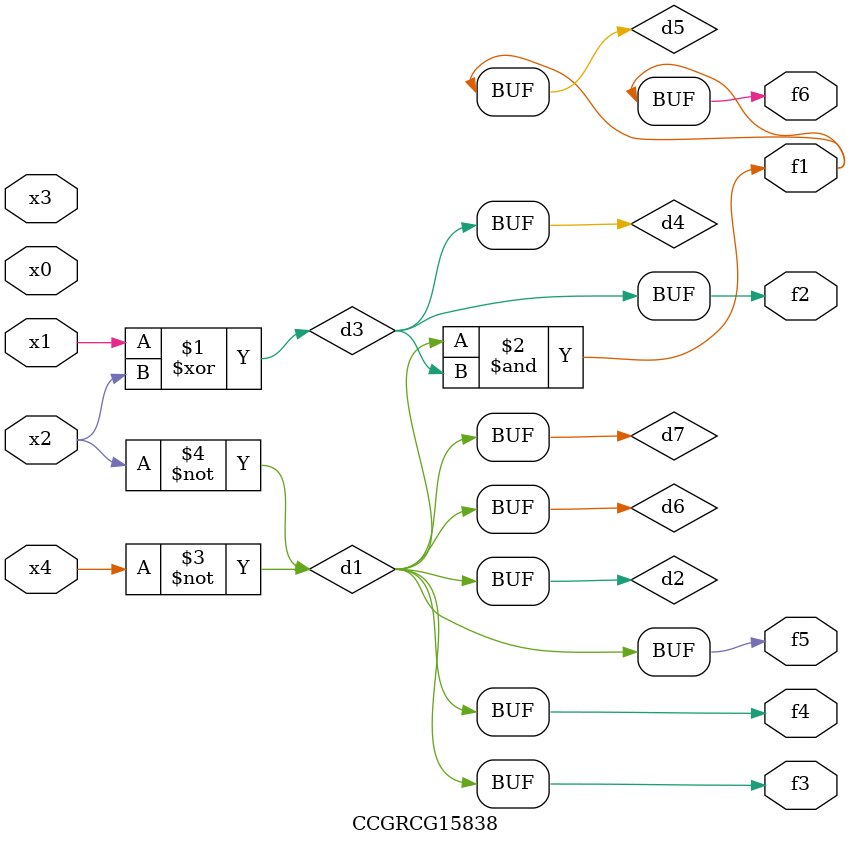
<source format=v>
module CCGRCG15838(
	input x0, x1, x2, x3, x4,
	output f1, f2, f3, f4, f5, f6
);

	wire d1, d2, d3, d4, d5, d6, d7;

	not (d1, x4);
	not (d2, x2);
	xor (d3, x1, x2);
	buf (d4, d3);
	and (d5, d1, d3);
	buf (d6, d1, d2);
	buf (d7, d2);
	assign f1 = d5;
	assign f2 = d4;
	assign f3 = d7;
	assign f4 = d7;
	assign f5 = d7;
	assign f6 = d5;
endmodule

</source>
